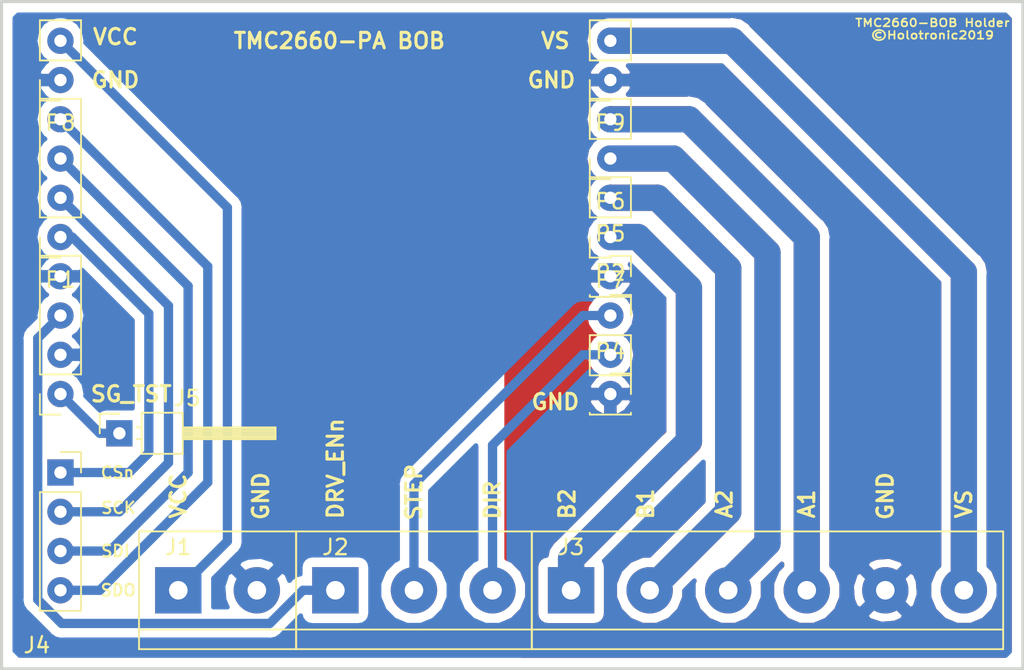
<source format=kicad_pcb>
(kicad_pcb (version 20171130) (host pcbnew 5.0.2-bee76a0~70~ubuntu18.04.1)
  (layers (0 F.Cu signal) (31 B.Cu signal) (34 B.Paste user) (35 F.Paste user) (36 B.SilkS user) (37 F.SilkS user) (38 B.Mask user) (39 F.Mask user) (44 Edge.Cuts user))
  (net 0 "")
  (net 1 GND)
  (net 2 /VCC)
  (net 3 /DIR)
  (net 4 /STEP)
  (net 5 /VS)
  (net 6 /A1)
  (net 7 /B2)
  (net 8 /A2)
  (net 9 /B1)
  (net 10 /SDO)
  (net 11 /SDI)
  (net 12 /SCK)
  (net 13 /CSn)
  (net 14 /DRV_ENn)
  (net 15 /SG_TST)
  (module Connector_PinSocket_2.54mm:PinSocket_1x04_P2.54mm_Vertical_Shrouded-4_Wall_Latch_Holder (layer F.Cu) (at 80.322119 113.715001)
    (fp_text reference J4 (at -1.524 11.176) (layer F.SilkS))
    (fp_text value Conn_01x04 hide)
    (fp_line (start 0 -1.33) (end 1.33 -1.33) (layer F.SilkS) (width 0.12))
    (fp_line (start 1.33 -1.33) (end 1.33 0) (layer F.SilkS) (width 0.12))
    (fp_line (start 1.33 1.27) (end 1.33 8.95) (layer F.SilkS) (width 0.12))
    (fp_line (start -1.33 8.95) (end 1.33 8.95) (layer F.SilkS) (width 0.12))
    (fp_line (start -1.33 1.27) (end -1.33 8.95) (layer F.SilkS) (width 0.12))
    (fp_line (start -1.33 1.27) (end 1.33 1.27) (layer F.SilkS) (width 0.12))
    (pad 4 thru_hole oval (at 0 7.62) (size 1.7 1.7) (drill 0.8) (layers *.Cu *.Mask) (net 10 /SDO))
    (pad 3 thru_hole oval (at 0 5.08) (size 1.7 1.7) (drill 0.8) (layers *.Cu *.Mask) (net 11 /SDI))
    (pad 2 thru_hole oval (at 0 2.54) (size 1.7 1.7) (drill 0.8) (layers *.Cu *.Mask) (net 12 /SCK))
    (pad 1 thru_hole rect (at 0 0) (size 1.7 1.7) (drill 0.8) (layers *.Cu *.Mask) (net 13 /CSn))
  )
  (module TerminalBlock:TerminalBlock_bornier-6_P5.08mm (layer F.Cu) (at 113.342119 121.335001)
    (fp_text reference J3 (at 0 -2.794) (layer F.SilkS))
    (fp_text value Conn_01x06_Male)
    (fp_line (start -2.54 3.81) (end 27.94 3.81) (layer F.SilkS) (width 0.12))
    (fp_line (start -2.54 -3.81) (end 27.94 -3.81) (layer F.SilkS) (width 0.12))
    (fp_line (start -2.54 2.54) (end 27.94 2.54) (layer F.SilkS) (width 0.12))
    (fp_line (start 27.94 3.81) (end 27.94 -3.81) (layer F.SilkS) (width 0.12))
    (fp_line (start -2.54 -3.81) (end -2.54 3.81) (layer F.SilkS) (width 0.12))
    (pad 6 thru_hole circle (at 25.4 0) (size 3 3) (drill 1.2) (layers *.Cu *.Mask) (net 5 /VS))
    (pad 5 thru_hole circle (at 20.32 0) (size 3 3) (drill 1.2) (layers *.Cu *.Mask) (net 1 GND))
    (pad 4 thru_hole circle (at 15.24 0) (size 3 3) (drill 1.2) (layers *.Cu *.Mask) (net 6 /A1))
    (pad 1 thru_hole rect (at 0 0) (size 3 3) (drill 1.2) (layers *.Cu *.Mask) (net 7 /B2))
    (pad 3 thru_hole circle (at 10.16 0) (size 3 3) (drill 1.2) (layers *.Cu *.Mask) (net 8 /A2))
    (pad 2 thru_hole circle (at 5.08 0) (size 3 3) (drill 1.2) (layers *.Cu *.Mask) (net 9 /B1))
  )
  (module TerminalBlock:TerminalBlock_bornier-3_P5.08mm (layer F.Cu) (at 98.102119 121.335001)
    (fp_text reference J2 (at 0 -2.794) (layer F.SilkS))
    (fp_text value Conn_01x03_Male)
    (fp_line (start -2.54 3.81) (end 12.7 3.81) (layer F.SilkS) (width 0.12))
    (fp_line (start -2.54 -3.81) (end 12.7 -3.81) (layer F.SilkS) (width 0.12))
    (fp_line (start -2.54 2.54) (end 12.7 2.54) (layer F.SilkS) (width 0.12))
    (fp_line (start 12.7 3.81) (end 12.7 -3.81) (layer F.SilkS) (width 0.12))
    (fp_line (start -2.54 3.81) (end -2.54 -3.81) (layer F.SilkS) (width 0.12))
    (pad 3 thru_hole circle (at 10.16 0) (size 3 3) (drill 1.2) (layers *.Cu *.Mask) (net 3 /DIR))
    (pad 2 thru_hole circle (at 5.08 0) (size 3 3) (drill 1.2) (layers *.Cu *.Mask) (net 4 /STEP))
    (pad 1 thru_hole rect (at 0 0) (size 3 3) (drill 1.2) (layers *.Cu *.Mask) (net 14 /DRV_ENn))
  )
  (module TerminalBlock:TerminalBlock_bornier-2_P5.08mm (layer F.Cu) (at 87.942119 121.335001)
    (fp_text reference J1 (at 0 -2.794) (layer F.SilkS))
    (fp_text value Conn_01x02_Male)
    (fp_line (start -2.54 3.81) (end 7.62 3.81) (layer F.SilkS) (width 0.12))
    (fp_line (start -2.54 -3.81) (end -2.54 3.81) (layer F.SilkS) (width 0.12))
    (fp_line (start 7.62 -3.81) (end -2.54 -3.81) (layer F.SilkS) (width 0.12))
    (fp_line (start 7.62 3.81) (end 7.62 -3.81) (layer F.SilkS) (width 0.12))
    (fp_line (start 7.62 2.54) (end -2.54 2.54) (layer F.SilkS) (width 0.12))
    (pad 2 thru_hole circle (at 5.08 0) (size 3 3) (drill 1.2) (layers *.Cu *.Mask) (net 1 GND))
    (pad 1 thru_hole rect (at 0 0) (size 3 3) (drill 1.2) (layers *.Cu *.Mask) (net 2 /VCC))
  )
  (module Connector_PinSocket_2.54mm:PinSocket_1x04_P2.54mm_Vertical (layer F.Cu) (at 80.322119 98.475001 180)
    (fp_text reference P1 (at 0 -2.77 180) (layer F.SilkS))
    (fp_text value Conn_01x04 hide)
    (fp_line (start -1.33 1.27) (end 1.33 1.27) (layer F.SilkS) (width 0.12))
    (fp_line (start -1.33 1.27) (end -1.33 8.95) (layer F.SilkS) (width 0.12))
    (fp_line (start -1.33 8.95) (end 1.33 8.95) (layer F.SilkS) (width 0.12))
    (fp_line (start 1.33 1.27) (end 1.33 8.95) (layer F.SilkS) (width 0.12))
    (fp_line (start 1.33 -1.33) (end 1.33 0) (layer F.SilkS) (width 0.12))
    (fp_line (start 0 -1.33) (end 1.33 -1.33) (layer F.SilkS) (width 0.12))
    (pad 1 thru_hole oval (at 0 0 180) (size 1.7 1.7) (drill 0.8) (layers *.Cu *.Mask) (net 13 /CSn))
    (pad 2 thru_hole oval (at 0 2.54 180) (size 1.7 1.7) (drill 0.8) (layers *.Cu *.Mask) (net 12 /SCK))
    (pad 3 thru_hole oval (at 0 5.08 180) (size 1.7 1.7) (drill 0.8) (layers *.Cu *.Mask) (net 11 /SDI))
    (pad 4 thru_hole oval (at 0 7.62 180) (size 1.7 1.7) (drill 0.8) (layers *.Cu *.Mask) (net 10 /SDO))
  )
  (module Connector_PinSocket_2.54mm:PinSocket_1x02_P2.54mm_Vertical (layer F.Cu) (at 115.882119 103.555001)
    (fp_text reference P2 (at 0 -2.77) (layer F.SilkS))
    (fp_text value Conn_01x02 hide)
    (fp_line (start -1.33 1.27) (end 1.33 1.27) (layer F.SilkS) (width 0.12))
    (fp_line (start -1.33 1.27) (end -1.33 3.87) (layer F.SilkS) (width 0.12))
    (fp_line (start -1.33 3.87) (end 1.33 3.87) (layer F.SilkS) (width 0.12))
    (fp_line (start 1.33 1.27) (end 1.33 3.87) (layer F.SilkS) (width 0.12))
    (fp_line (start 1.33 -1.33) (end 1.33 0) (layer F.SilkS) (width 0.12))
    (fp_line (start 0 -1.33) (end 1.33 -1.33) (layer F.SilkS) (width 0.12))
    (pad 1 thru_hole oval (at 0 0) (size 1.7 1.7) (drill 0.8) (layers *.Cu *.Mask) (net 4 /STEP))
    (pad 2 thru_hole oval (at 0 2.54) (size 1.7 1.7) (drill 0.8) (layers *.Cu *.Mask) (net 3 /DIR))
  )
  (module Connector_PinSocket_2.54mm:PinSocket_1x04_P2.54mm_Vertical (layer F.Cu) (at 80.322119 108.635001 180)
    (fp_text reference P3 hide)
    (fp_text value Conn_01x04 hide)
    (fp_line (start 0 -1.33) (end 1.33 -1.33) (layer F.SilkS) (width 0.12))
    (fp_line (start 1.33 -1.33) (end 1.33 0) (layer F.SilkS) (width 0.12))
    (fp_line (start 1.33 1.27) (end 1.33 8.95) (layer F.SilkS) (width 0.12))
    (fp_line (start -1.33 8.95) (end 1.33 8.95) (layer F.SilkS) (width 0.12))
    (fp_line (start -1.33 1.27) (end -1.33 8.95) (layer F.SilkS) (width 0.12))
    (fp_line (start -1.33 1.27) (end 1.33 1.27) (layer F.SilkS) (width 0.12))
    (pad 4 thru_hole oval (at 0 7.62 180) (size 1.7 1.7) (drill 0.8) (layers *.Cu *.Mask) (net 1 GND))
    (pad 3 thru_hole oval (at 0 5.08 180) (size 1.7 1.7) (drill 0.8) (layers *.Cu *.Mask) (net 14 /DRV_ENn))
    (pad 2 thru_hole oval (at 0 2.54 180) (size 1.7 1.7) (drill 0.8) (layers *.Cu *.Mask) (net 1 GND))
    (pad 1 thru_hole oval (at 0 0 180) (size 1.7 1.7) (drill 0.8) (layers *.Cu *.Mask) (net 15 /SG_TST))
  )
  (module Connector_PinSocket_2.54mm:PinSocket_1x01_P2.54mm_Vertical (layer F.Cu) (at 115.882119 108.635001)
    (fp_text reference P4 (at 0 -2.77) (layer F.SilkS))
    (fp_text value Conn_01x01 hide)
    (fp_line (start -1.33 1.33) (end 1.33 1.33) (layer F.SilkS) (width 0.12))
    (fp_line (start -1.33 1.21) (end -1.33 1.33) (layer F.SilkS) (width 0.12))
    (fp_line (start 1.33 1.21) (end 1.33 1.33) (layer F.SilkS) (width 0.12))
    (fp_line (start 1.33 -1.33) (end 1.33 0) (layer F.SilkS) (width 0.12))
    (fp_line (start 0 -1.33) (end 1.33 -1.33) (layer F.SilkS) (width 0.12))
    (pad 1 thru_hole oval (at 0 0) (size 1.7 1.7) (drill 0.8) (layers *.Cu *.Mask) (net 1 GND))
  )
  (module Connector_PinSocket_2.54mm:PinSocket_1x01_P2.54mm_Vertical (layer F.Cu) (at 115.882119 101.015001)
    (fp_text reference P5 (at 0 -2.77) (layer F.SilkS))
    (fp_text value Conn_01x01 hide)
    (fp_line (start 0 -1.33) (end 1.33 -1.33) (layer F.SilkS) (width 0.12))
    (fp_line (start 1.33 -1.33) (end 1.33 0) (layer F.SilkS) (width 0.12))
    (fp_line (start 1.33 1.21) (end 1.33 1.33) (layer F.SilkS) (width 0.12))
    (fp_line (start -1.33 1.21) (end -1.33 1.33) (layer F.SilkS) (width 0.12))
    (fp_line (start -1.33 1.33) (end 1.33 1.33) (layer F.SilkS) (width 0.12))
    (pad 1 thru_hole oval (at 0 0) (size 1.7 1.7) (drill 0.8) (layers *.Cu *.Mask) (net 1 GND))
  )
  (module Connector_PinSocket_2.54mm:PinSocket_1x02_P2.54mm_Vertical (layer F.Cu) (at 115.882119 93.395001 180)
    (fp_text reference P6 (at 0 -2.77 180) (layer F.SilkS))
    (fp_text value Conn_01x02 hide)
    (fp_line (start 0 -1.33) (end 1.33 -1.33) (layer F.SilkS) (width 0.12))
    (fp_line (start 1.33 -1.33) (end 1.33 0) (layer F.SilkS) (width 0.12))
    (fp_line (start 1.33 1.27) (end 1.33 3.87) (layer F.SilkS) (width 0.12))
    (fp_line (start -1.33 3.87) (end 1.33 3.87) (layer F.SilkS) (width 0.12))
    (fp_line (start -1.33 1.27) (end -1.33 3.87) (layer F.SilkS) (width 0.12))
    (fp_line (start -1.33 1.27) (end 1.33 1.27) (layer F.SilkS) (width 0.12))
    (pad 2 thru_hole oval (at 0 2.54 180) (size 1.7 1.7) (drill 0.8) (layers *.Cu *.Mask) (net 6 /A1))
    (pad 1 thru_hole oval (at 0 0 180) (size 1.7 1.7) (drill 0.8) (layers *.Cu *.Mask) (net 8 /A2))
  )
  (module Connector_PinSocket_2.54mm:PinSocket_1x02_P2.54mm_Vertical (layer F.Cu) (at 115.882119 98.475001 180)
    (fp_text reference P7 (at 0 -2.77 180) (layer F.SilkS))
    (fp_text value Conn_01x02 hide)
    (fp_line (start -1.33 1.27) (end 1.33 1.27) (layer F.SilkS) (width 0.12))
    (fp_line (start -1.33 1.27) (end -1.33 3.87) (layer F.SilkS) (width 0.12))
    (fp_line (start -1.33 3.87) (end 1.33 3.87) (layer F.SilkS) (width 0.12))
    (fp_line (start 1.33 1.27) (end 1.33 3.87) (layer F.SilkS) (width 0.12))
    (fp_line (start 1.33 -1.33) (end 1.33 0) (layer F.SilkS) (width 0.12))
    (fp_line (start 0 -1.33) (end 1.33 -1.33) (layer F.SilkS) (width 0.12))
    (pad 1 thru_hole oval (at 0 0 180) (size 1.7 1.7) (drill 0.8) (layers *.Cu *.Mask) (net 7 /B2))
    (pad 2 thru_hole oval (at 0 2.54 180) (size 1.7 1.7) (drill 0.8) (layers *.Cu *.Mask) (net 9 /B1))
  )
  (module Connector_PinSocket_2.54mm:PinSocket_1x02_P2.54mm_Vertical (layer F.Cu) (at 80.322119 88.315001 180)
    (fp_text reference P8 (at 0 -2.77 180) (layer F.SilkS))
    (fp_text value Conn_01x02 hide)
    (fp_line (start -1.33 1.27) (end 1.33 1.27) (layer F.SilkS) (width 0.12))
    (fp_line (start -1.33 1.27) (end -1.33 3.87) (layer F.SilkS) (width 0.12))
    (fp_line (start -1.33 3.87) (end 1.33 3.87) (layer F.SilkS) (width 0.12))
    (fp_line (start 1.33 1.27) (end 1.33 3.87) (layer F.SilkS) (width 0.12))
    (fp_line (start 1.33 -1.33) (end 1.33 0) (layer F.SilkS) (width 0.12))
    (fp_line (start 0 -1.33) (end 1.33 -1.33) (layer F.SilkS) (width 0.12))
    (pad 1 thru_hole oval (at 0 0 180) (size 1.7 1.7) (drill 0.8) (layers *.Cu *.Mask) (net 1 GND))
    (pad 2 thru_hole oval (at 0 2.54 180) (size 1.7 1.7) (drill 0.8) (layers *.Cu *.Mask) (net 2 /VCC))
  )
  (module Connector_PinSocket_2.54mm:PinSocket_1x02_P2.54mm_Vertical (layer F.Cu) (at 115.882119 88.315001 180)
    (fp_text reference P9 (at 0 -2.77 180) (layer F.SilkS))
    (fp_text value Conn_01x02 hide)
    (fp_line (start 0 -1.33) (end 1.33 -1.33) (layer F.SilkS) (width 0.12))
    (fp_line (start 1.33 -1.33) (end 1.33 0) (layer F.SilkS) (width 0.12))
    (fp_line (start 1.33 1.27) (end 1.33 3.87) (layer F.SilkS) (width 0.12))
    (fp_line (start -1.33 3.87) (end 1.33 3.87) (layer F.SilkS) (width 0.12))
    (fp_line (start -1.33 1.27) (end -1.33 3.87) (layer F.SilkS) (width 0.12))
    (fp_line (start -1.33 1.27) (end 1.33 1.27) (layer F.SilkS) (width 0.12))
    (pad 2 thru_hole oval (at 0 2.54 180) (size 1.7 1.7) (drill 0.8) (layers *.Cu *.Mask) (net 5 /VS))
    (pad 1 thru_hole oval (at 0 0 180) (size 1.7 1.7) (drill 0.8) (layers *.Cu *.Mask) (net 1 GND))
  )
  (module Connector_PinHeader_2.54mm:PinHeader_1x01_P2.54mm_Horizontal (layer F.Cu) (at 84.132119 111.175001)
    (fp_text reference J5 (at 4.385 -2.27) (layer F.SilkS))
    (fp_text value Conn_01x01)
    (fp_line (start 1.44 -1.33) (end 1.44 1.33) (layer F.SilkS) (width 0.12))
    (fp_line (start 1.44 1.33) (end 4.1 1.33) (layer F.SilkS) (width 0.12))
    (fp_line (start 4.1 1.33) (end 4.1 -1.33) (layer F.SilkS) (width 0.12))
    (fp_line (start 4.1 -1.33) (end 1.44 -1.33) (layer F.SilkS) (width 0.12))
    (fp_line (start 4.1 -0.38) (end 10.1 -0.38) (layer F.SilkS) (width 0.12))
    (fp_line (start 10.1 -0.38) (end 10.1 0.38) (layer F.SilkS) (width 0.12))
    (fp_line (start 10.1 0.38) (end 4.1 0.38) (layer F.SilkS) (width 0.12))
    (fp_line (start 4.1 -0.32) (end 10.1 -0.32) (layer F.SilkS) (width 0.12))
    (fp_line (start 4.1 -0.2) (end 10.1 -0.2) (layer F.SilkS) (width 0.12))
    (fp_line (start 4.1 -0.08) (end 10.1 -0.08) (layer F.SilkS) (width 0.12))
    (fp_line (start 4.1 0.04) (end 10.1 0.04) (layer F.SilkS) (width 0.12))
    (fp_line (start 4.1 0.16) (end 10.1 0.16) (layer F.SilkS) (width 0.12))
    (fp_line (start 4.1 0.28) (end 10.1 0.28) (layer F.SilkS) (width 0.12))
    (fp_line (start 1.11 -0.38) (end 1.44 -0.38) (layer F.SilkS) (width 0.12))
    (fp_line (start 1.11 0.38) (end 1.44 0.38) (layer F.SilkS) (width 0.12))
    (fp_line (start -1.27 0) (end -1.27 -1.27) (layer F.SilkS) (width 0.12))
    (fp_line (start -1.27 -1.27) (end 0 -1.27) (layer F.SilkS) (width 0.12))
    (pad 1 thru_hole rect (at 0 0) (size 1.7 1.7) (drill 0.8) (layers *.Cu *.Mask) (net 15 /SG_TST))
  )
  (gr_text "TMC2660-BOB Holder\n©Holotronic2019" (at 136.710119 85.013001) (layer F.SilkS) (effects (font (size 0.5 0.6) (thickness 0.11))))
  (gr_text GND (at 112.326119 109.143001) (layer F.SilkS) (effects (font (size 1 1) (thickness 0.2))))
  (gr_text GND (at 112.072119 88.315001) (layer F.SilkS) (effects (font (size 1 1) (thickness 0.2))))
  (gr_text VS (at 112.326119 85.775001) (layer F.SilkS) (effects (font (size 1 1) (thickness 0.2))))
  (gr_text "SG_TST\n" (at 84.894119 108.635001) (layer F.SilkS) (effects (font (size 1 1) (thickness 0.2))))
  (gr_text "GND\n" (at 83.878119 88.315001) (layer F.SilkS) (effects (font (size 1 1) (thickness 0.2))))
  (gr_text VCC (at 83.878119 85.521001) (layer F.SilkS) (effects (font (size 1 1) (thickness 0.2))))
  (gr_text "TMC2660-PA BOB" (at 98.356119 85.775001) (layer F.SilkS) (effects (font (size 1 1) (thickness 0.2))))
  (gr_text VS (at 138.742119 115.747001 90) (layer F.SilkS) (effects (font (size 1 1) (thickness 0.2))))
  (gr_text GND (at 133.662119 115.239001 90) (layer F.SilkS) (effects (font (size 1 1) (thickness 0.2))))
  (gr_text A1 (at 128.582119 115.747001 90) (layer F.SilkS) (effects (font (size 1 1) (thickness 0.2))))
  (gr_text A2 (at 123.248119 115.747001 90) (layer F.SilkS) (effects (font (size 1 1) (thickness 0.2))))
  (gr_text B1 (at 118.168119 115.747001 90) (layer F.SilkS) (effects (font (size 1 1) (thickness 0.2))))
  (gr_text B2 (at 113.088119 115.747001 90) (layer F.SilkS) (effects (font (size 1 1) (thickness 0.2))))
  (gr_text DIR (at 108.262119 115.493001 90) (layer F.SilkS) (effects (font (size 1 1) (thickness 0.2))))
  (gr_text STEP (at 103.182119 114.985001 90) (layer F.SilkS) (effects (font (size 1 1) (thickness 0.2))))
  (gr_text DRV_ENn (at 98.102119 113.461001 90) (layer F.SilkS) (effects (font (size 1 1) (thickness 0.2))))
  (gr_text GND (at 93.276119 115.239001 90) (layer F.SilkS) (effects (font (size 1 1) (thickness 0.2))))
  (gr_text VCC (at 87.942119 115.239001 90) (layer F.SilkS) (effects (font (size 1 1) (thickness 0.2))))
  (gr_text SDO (at 84.058119 121.335001) (layer F.SilkS) (effects (font (size 0.75 0.75) (thickness 0.14))))
  (gr_text SDI (at 83.874119 118.795001) (layer F.SilkS) (effects (font (size 0.75 0.75) (thickness 0.14))))
  (gr_text SCK (at 84.068119 116.001001) (layer F.SilkS) (effects (font (size 0.75 0.75) (thickness 0.14))))
  (gr_text CSn (at 84.008119 113.715001) (layer F.SilkS) (effects (font (size 0.75 0.75) (thickness 0.14))))
  (gr_line (start 76.512119 83.235001) (end 76.512119 126.415001) (layer Edge.Cuts) (width 0.2))
  (gr_line (start 142.552119 83.235001) (end 76.512119 83.235001) (layer Edge.Cuts) (width 0.2))
  (gr_line (start 142.552119 126.415001) (end 142.552119 83.235001) (layer Edge.Cuts) (width 0.2))
  (gr_line (start 76.512119 126.415001) (end 142.552119 126.415001) (layer Edge.Cuts) (width 0.2))
  (segment (start 91.117119 96.570001) (end 80.322119 85.775001) (width 0.6) (layer B.Cu) (net 2))
  (segment (start 87.942119 121.335001) (end 91.117119 118.160001) (width 0.6) (layer B.Cu) (net 2))
  (segment (start 91.117119 118.160001) (end 91.117119 96.570001) (width 0.6) (layer B.Cu) (net 2))
  (segment (start 108.262119 111.937001) (end 108.262119 121.335001) (width 0.6) (layer B.Cu) (net 3))
  (segment (start 115.882119 106.095001) (end 114.104119 106.095001) (width 0.6) (layer B.Cu) (net 3))
  (segment (start 114.104119 106.095001) (end 108.262119 111.937001) (width 0.6) (layer B.Cu) (net 3))
  (segment (start 114.104119 103.555001) (end 115.882119 103.555001) (width 0.6) (layer B.Cu) (net 4))
  (segment (start 103.182119 121.335001) (end 103.182119 114.477001) (width 0.6) (layer B.Cu) (net 4))
  (segment (start 103.182119 114.477001) (end 114.104119 103.555001) (width 0.6) (layer B.Cu) (net 4))
  (segment (start 115.882119 85.775001) (end 123.756119 85.775001) (width 1.7) (layer B.Cu) (net 5))
  (segment (start 123.756119 85.775001) (end 138.742119 100.761001) (width 1.7) (layer B.Cu) (net 5))
  (segment (start 138.742119 100.761001) (end 138.742119 121.335001) (width 1.7) (layer B.Cu) (net 5))
  (segment (start 138.742119 100.761001) (end 138.742119 121.335001) (width 1.7) (layer F.Cu) (net 5))
  (segment (start 115.882119 85.775001) (end 123.756119 85.775001) (width 1.7) (layer F.Cu) (net 5))
  (segment (start 123.756119 85.775001) (end 138.742119 100.761001) (width 1.7) (layer F.Cu) (net 5))
  (segment (start 128.582119 98.475001) (end 128.582119 121.335001) (width 1.7) (layer B.Cu) (net 6))
  (segment (start 115.882119 90.855001) (end 120.962119 90.855001) (width 1.7) (layer B.Cu) (net 6))
  (segment (start 120.962119 90.855001) (end 128.582119 98.475001) (width 1.7) (layer B.Cu) (net 6))
  (segment (start 115.882119 90.855001) (end 120.962119 90.855001) (width 1.7) (layer F.Cu) (net 6))
  (segment (start 120.962119 90.855001) (end 128.582119 98.475001) (width 1.7) (layer F.Cu) (net 6))
  (segment (start 128.582119 98.475001) (end 128.582119 121.335001) (width 1.7) (layer F.Cu) (net 6))
  (segment (start 120.200119 112.445401) (end 113.342119 119.303401) (width 1.7) (layer F.Cu) (net 7))
  (segment (start 113.342119 119.328401) (end 113.342119 121.335001) (width 1.7) (layer F.Cu) (net 7))
  (segment (start 120.962119 111.683001) (end 113.342119 119.303001) (width 1.7) (layer B.Cu) (net 7))
  (segment (start 120.962119 101.777001) (end 120.962119 111.683001) (width 1.7) (layer B.Cu) (net 7))
  (segment (start 115.882119 98.475001) (end 117.660119 98.475001) (width 1.7) (layer B.Cu) (net 7))
  (segment (start 113.342119 119.303001) (end 113.342119 121.335001) (width 1.7) (layer B.Cu) (net 7))
  (segment (start 117.660119 98.475001) (end 120.962119 101.777001) (width 1.7) (layer B.Cu) (net 7))
  (segment (start 120.962119 111.708401) (end 120.200119 112.470401) (width 1.7) (layer F.Cu) (net 7))
  (segment (start 120.962119 101.777001) (end 120.962119 111.708401) (width 1.7) (layer F.Cu) (net 7))
  (segment (start 115.882119 98.475001) (end 117.660119 98.475001) (width 1.7) (layer F.Cu) (net 7))
  (segment (start 117.660119 98.475001) (end 120.962119 101.777001) (width 1.7) (layer F.Cu) (net 7))
  (segment (start 123.502119 121.335001) (end 123.502119 120.952401) (width 1.7) (layer F.Cu) (net 8))
  (segment (start 125.280119 119.049401) (end 123.502119 120.827401) (width 1.7) (layer F.Cu) (net 8))
  (segment (start 123.502119 120.827001) (end 123.502119 121.335001) (width 1.7) (layer B.Cu) (net 8))
  (segment (start 126.042119 118.287001) (end 123.502119 120.827001) (width 1.7) (layer B.Cu) (net 8))
  (segment (start 126.042119 99.491001) (end 126.042119 118.287001) (width 1.7) (layer B.Cu) (net 8))
  (segment (start 115.882119 93.395001) (end 119.946119 93.395001) (width 1.7) (layer B.Cu) (net 8))
  (segment (start 119.946119 93.395001) (end 126.042119 99.491001) (width 1.7) (layer B.Cu) (net 8))
  (segment (start 126.042119 118.282401) (end 125.280119 119.044401) (width 1.7) (layer F.Cu) (net 8))
  (segment (start 115.882119 93.395001) (end 119.946119 93.395001) (width 1.7) (layer F.Cu) (net 8))
  (segment (start 126.042119 99.491001) (end 126.042119 118.282401) (width 1.7) (layer F.Cu) (net 8))
  (segment (start 119.946119 93.395001) (end 126.042119 99.491001) (width 1.7) (layer F.Cu) (net 8))
  (segment (start 123.502119 116.255001) (end 118.422119 121.335001) (width 1.7) (layer B.Cu) (net 9))
  (segment (start 123.502119 100.507001) (end 123.502119 116.255001) (width 1.7) (layer B.Cu) (net 9))
  (segment (start 115.882119 95.935001) (end 118.930119 95.935001) (width 1.7) (layer B.Cu) (net 9))
  (segment (start 118.930119 95.935001) (end 123.502119 100.507001) (width 1.7) (layer B.Cu) (net 9))
  (segment (start 123.502119 116.255001) (end 118.422119 121.335001) (width 1.7) (layer F.Cu) (net 9))
  (segment (start 123.502119 100.507001) (end 123.502119 116.255001) (width 1.7) (layer F.Cu) (net 9))
  (segment (start 115.882119 95.935001) (end 118.930119 95.935001) (width 1.7) (layer F.Cu) (net 9))
  (segment (start 118.930119 95.935001) (end 123.502119 100.507001) (width 1.7) (layer F.Cu) (net 9))
  (segment (start 89.847119 100.380001) (end 80.322119 90.855001) (width 0.6) (layer B.Cu) (net 10))
  (segment (start 89.847119 114.350001) (end 89.847119 100.380001) (width 0.6) (layer B.Cu) (net 10))
  (segment (start 80.322119 121.335001) (end 82.862119 121.335001) (width 0.6) (layer B.Cu) (net 10))
  (segment (start 82.862119 121.335001) (end 89.847119 114.350001) (width 0.6) (layer B.Cu) (net 10))
  (segment (start 83.497119 118.795001) (end 80.322119 118.795001) (width 0.6) (layer B.Cu) (net 11))
  (segment (start 88.577119 113.715001) (end 83.497119 118.795001) (width 0.6) (layer B.Cu) (net 11))
  (segment (start 80.322119 93.395001) (end 88.577119 101.650001) (width 0.6) (layer B.Cu) (net 11))
  (segment (start 88.577119 101.650001) (end 88.577119 113.715001) (width 0.6) (layer B.Cu) (net 11))
  (segment (start 81.5242 116.255001) (end 80.322119 116.255001) (width 0.6) (layer B.Cu) (net 12))
  (segment (start 84.132119 116.255001) (end 81.5242 116.255001) (width 0.6) (layer B.Cu) (net 12))
  (segment (start 87.307119 113.080001) (end 84.132119 116.255001) (width 0.6) (layer B.Cu) (net 12))
  (segment (start 80.322119 95.935001) (end 87.307119 102.920001) (width 0.6) (layer B.Cu) (net 12))
  (segment (start 87.307119 102.920001) (end 87.307119 113.080001) (width 0.6) (layer B.Cu) (net 12))
  (segment (start 84.767119 113.715001) (end 80.322119 113.715001) (width 0.6) (layer B.Cu) (net 13))
  (segment (start 86.037119 112.445001) (end 84.767119 113.715001) (width 0.6) (layer B.Cu) (net 13))
  (segment (start 81.084119 98.475001) (end 86.037119 103.428001) (width 0.6) (layer B.Cu) (net 13))
  (segment (start 86.037119 103.428001) (end 86.037119 112.445001) (width 0.6) (layer B.Cu) (net 13))
  (segment (start 80.322119 98.475001) (end 81.084119 98.475001) (width 0.6) (layer B.Cu) (net 13))
  (segment (start 98.102119 121.335001) (end 96.001819 121.335001) (width 0.6) (layer B.Cu) (net 14))
  (segment (start 96.001819 121.335001) (end 93.855919 123.480901) (width 0.6) (layer B.Cu) (net 14))
  (segment (start 93.855919 123.480901) (end 80.395319 123.480901) (width 0.6) (layer B.Cu) (net 14))
  (segment (start 80.395319 123.480901) (end 78.850919 121.936501) (width 0.6) (layer B.Cu) (net 14))
  (segment (start 78.850919 121.936501) (end 78.850919 105.026201) (width 0.6) (layer B.Cu) (net 14))
  (segment (start 78.850919 105.026201) (end 80.322119 103.555001) (width 0.6) (layer B.Cu) (net 14))
  (segment (start 82.862119 111.175001) (end 80.322119 108.635001) (width 0.6) (layer B.Cu) (net 15))
  (segment (start 84.132119 111.175001) (end 82.862119 111.175001) (width 0.6) (layer B.Cu) (net 15))
  (zone (net 1) (net_name GND) (layer B.Cu) (connect_pads (clearance 0.608)) (min_thickness 0.3) (fill yes (mode segment) (arc_segments 16) (thermal_gap 0.508) (thermal_bridge_width 0.808) (smoothing fillet) (radius 3))
    (polygon (pts (xy 142.552119 83.235001) (xy 76.512119 83.165424) (xy 76.512119 126.380213) (xy 142.552119 126.44979)))
  )
  (zone (net 1) (net_name GND) (layer F.Cu) (connect_pads (clearance 0.608)) (min_thickness 0.3) (fill yes (mode segment) (arc_segments 16) (thermal_gap 0.508) (thermal_bridge_width 0.808) (smoothing fillet) (radius 3))
    (polygon (pts (xy 142.552119 126.415001) (xy 142.552119 83.235001) (xy 109.024119 83.235001) (xy 109.024119 126.415001)))
  )
)
</source>
